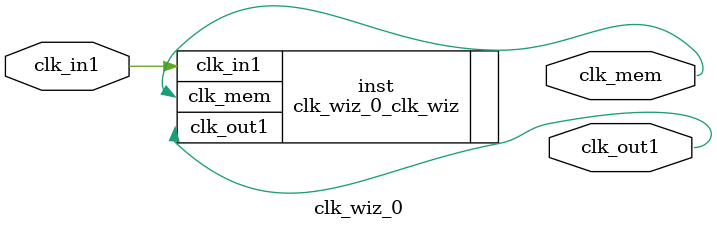
<source format=v>


`timescale 1ps/1ps

(* CORE_GENERATION_INFO = "clk_wiz_0,clk_wiz_v6_0_2_0_0,{component_name=clk_wiz_0,use_phase_alignment=false,use_min_o_jitter=true,use_max_i_jitter=false,use_dyn_phase_shift=false,use_inclk_switchover=false,use_dyn_reconfig=false,enable_axi=0,feedback_source=FDBK_AUTO,PRIMITIVE=MMCM,num_out_clk=2,clkin1_period=10.000,clkin2_period=10.000,use_power_down=false,use_reset=false,use_locked=false,use_inclk_stopped=false,feedback_type=SINGLE,CLOCK_MGR_TYPE=NA,manual_override=false}" *)

module clk_wiz_0 
 (
  // Clock out ports
  output        clk_out1,
  output        clk_mem,
 // Clock in ports
  input         clk_in1
 );

  clk_wiz_0_clk_wiz inst
  (
  // Clock out ports  
  .clk_out1(clk_out1),
  .clk_mem(clk_mem),
 // Clock in ports
  .clk_in1(clk_in1)
  );

endmodule

</source>
